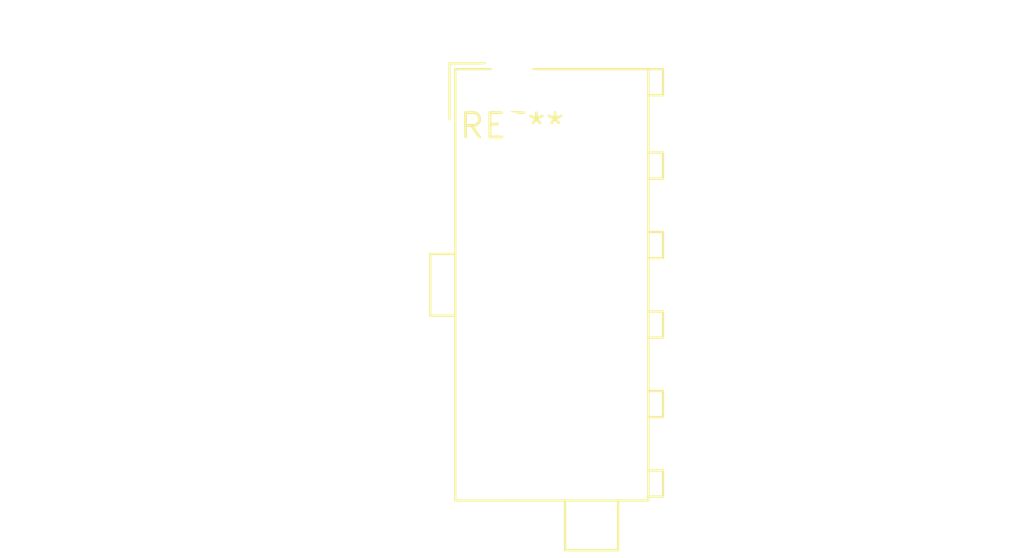
<source format=kicad_pcb>
(kicad_pcb (version 20240108) (generator pcbnew)
  (layers (0 "F.Cu" signal) (31 "B.Cu" signal) (34 "B.Paste" user) (35 "F.Paste" user) (36 "B.SilkS" user "B.Silkscreen") (37 "F.SilkS" user "F.Silkscreen") (38 "B.Mask" user) (39 "F.Mask" user) (44 "Edge.Cuts" user))
  (net 0 "")
  (footprint "TE_MATE-N-LOK_1-770858-x_2x05_P4.14mm_Vertical" (layer "F.Cu") (at 0 0)
    (property "Reference" "REF**")
    (property "Value" "TE_MATE-N-LOK_1-770858-x_2x05_P4.14mm_Vertical")
    (fp_line (start -4.255 6.67) (end -4.255 9.89) (layer "F.SilkS") (stroke (width 0.12)))
    (fp_line (start -4.255 9.89) (end -2.955 9.89) (layer "F.SilkS") (stroke (width 0.12)))
    (fp_line (start -3.255 -3.255) (end -3.255 -0.345) (layer "F.SilkS") (stroke (width 0.12)))
    (fp_line (start -2.955 -2.955) (end -2.955 19.515) (layer "F.SilkS") (stroke (width 0.12)))
    (fp_line (start -2.955 6.67) (end -4.255 6.67) (layer "F.SilkS") (stroke (width 0.12)))
    (fp_line (start -2.955 19.515) (end 0 19.515) (layer "F.SilkS") (stroke (width 0.12)))
    (fp_line (start -1.42066 -3.255) (end -3.255 -3.255) (layer "F.SilkS") (stroke (width 0.12)))
    (fp_line (start -1.103302 -2.955) (end -2.955 -2.955) (layer "F.SilkS") (stroke (width 0.12)))
    (fp_line (start 1.103302 -2.955) (end 7.095 -2.955) (layer "F.SilkS") (stroke (width 0.12)))
    (fp_line (start 2.76 19.515) (end 2.76 22.106) (layer "F.SilkS") (stroke (width 0.12)))
    (fp_line (start 2.76 22.106) (end 5.52 22.106) (layer "F.SilkS") (stroke (width 0.12)))
    (fp_line (start 5.52 22.106) (end 5.52 19.515) (layer "F.SilkS") (stroke (width 0.12)))
    (fp_line (start 7.095 -2.955) (end 7.095 19.515) (layer "F.SilkS") (stroke (width 0.12)))
    (fp_line (start 7.095 -2.955) (end 7.855 -2.955) (layer "F.SilkS") (stroke (width 0.12)))
    (fp_line (start 7.095 1.39) (end 7.855 1.39) (layer "F.SilkS") (stroke (width 0.12)))
    (fp_line (start 7.095 5.53) (end 7.855 5.53) (layer "F.SilkS") (stroke (width 0.12)))
    (fp_line (start 7.095 9.67) (end 7.855 9.67) (layer "F.SilkS") (stroke (width 0.12)))
    (fp_line (start 7.095 13.81) (end 7.855 13.81) (layer "F.SilkS") (stroke (width 0.12)))
    (fp_line (start 7.095 17.95) (end 7.855 17.95) (layer "F.SilkS") (stroke (width 0.12)))
    (fp_line (start 7.095 19.515) (end 0 19.515) (layer "F.SilkS") (stroke (width 0.12)))
    (fp_line (start 7.855 -2.955) (end 7.855 -1.595) (layer "F.SilkS") (stroke (width 0.12)))
    (fp_line (start 7.855 -1.595) (end 7.095 -1.595) (layer "F.SilkS") (stroke (width 0.12)))
    (fp_line (start 7.855 1.39) (end 7.855 2.75) (layer "F.SilkS") (stroke (width 0.12)))
    (fp_line (start 7.855 2.75) (end 7.095 2.75) (layer "F.SilkS") (stroke (width 0.12)))
    (fp_line (start 7.855 5.53) (end 7.855 6.89) (layer "F.SilkS") (stroke (width 0.12)))
    (fp_line (start 7.855 6.89) (end 7.095 6.89) (layer "F.SilkS") (stroke (width 0.12)))
    (fp_line (start 7.855 9.67) (end 7.855 11.03) (layer "F.SilkS") (stroke (width 0.12)))
    (fp_line (start 7.855 11.03) (end 7.095 11.03) (layer "F.SilkS") (stroke (width 0.12)))
    (fp_line (start 7.855 13.81) (end 7.855 15.17) (layer "F.SilkS") (stroke (width 0.12)))
    (fp_line (start 7.855 15.17) (end 7.095 15.17) (layer "F.SilkS") (stroke (width 0.12)))
    (fp_line (start 7.855 17.95) (end 7.855 19.31) (layer "F.SilkS") (stroke (width 0.12)))
    (fp_line (start 7.855 19.31) (end 7.095 19.31) (layer "F.SilkS") (stroke (width 0.12)))
    (pad "" np_thru_hole circle (at 0 -4.44) (size 3.18 3.18) (drill 3.18) (layers *.Cu *.Mask))
    (pad "1" thru_hole roundrect (at 0 0) (size 2.64 2.64) (drill 1.4) (layers *.Cu *.Mask) (remove_unused_layers) (roundrect_rratio 0.094697))
    (pad "2" thru_hole circle (at 0 4.14) (size 2.64 2.64) (drill 1.4) (layers *.Cu *.Mask) (remove_unused_layers))
    (pad "3" thru_hole circle (at 0 8.28) (size 2.64 2.64) (drill 1.4) (layers *.Cu *.Mask) (remove_unused_layers))
    (pad "4" thru_hole circle (at 0 12.42) (size 2.64 2.64) (drill 1.4) (layers *.Cu *.Mask) (remove_unused_layers))
    (pad "5" thru_hole circle (at 0 16.56) (size 2.64 2.64) (drill 1.4) (layers *.Cu *.Mask) (remove_unused_layers))
    (pad "6" thru_hole circle (at 4.14 0) (size 2.64 2.64) (drill 1.4) (layers *.Cu *.Mask) (remove_unused_layers))
    (pad "7" thru_hole circle (at 4.14 4.14) (size 2.64 2.64) (drill 1.4) (layers *.Cu *.Mask) (remove_unused_layers))
    (pad "8" thru_hole circle (at 4.14 8.28) (size 2.64 2.64) (drill 1.4) (layers *.Cu *.Mask) (remove_unused_layers))
    (pad "9" thru_hole circle (at 4.14 12.42) (size 2.64 2.64) (drill 1.4) (layers *.Cu *.Mask) (remove_unused_layers))
    (pad "10" thru_hole circle (at 4.14 16.56) (size 2.64 2.64) (drill 1.4) (layers *.Cu *.Mask) (remove_unused_layers))
  )
)
</source>
